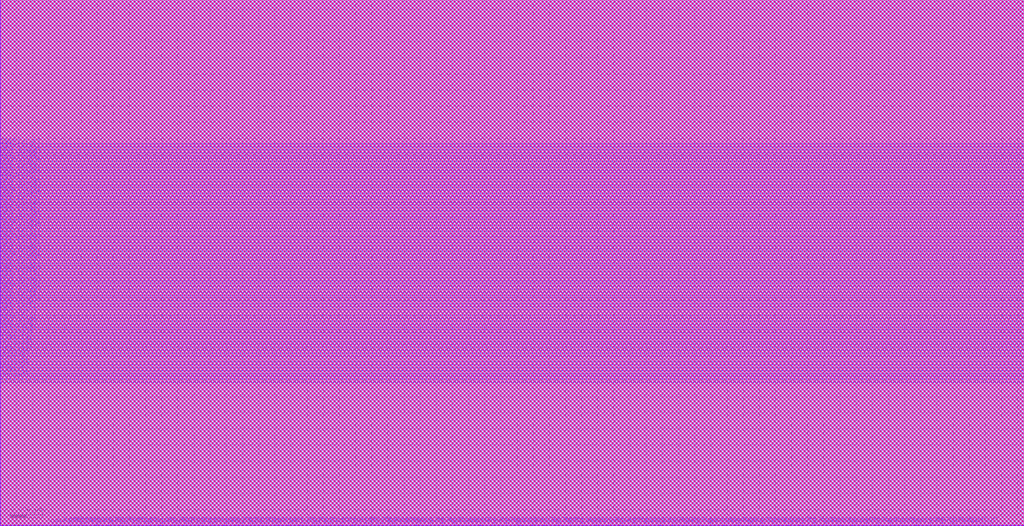
<source format=lef>
##
## LEF for PtnCells ;
## created by Innovus v15.23-s045_1 on Sat Mar 22 01:56:03 2025
##

VERSION 5.8 ;

BUSBITCHARS "[]" ;
DIVIDERCHAR "/" ;

MACRO core
  CLASS BLOCK ;
  SIZE 634.0000 BY 326.0000 ;
  FOREIGN core 0.0000 0.0000 ;
  ORIGIN 0 0 ;
  SYMMETRY X Y R90 ;
  PIN clk
    DIRECTION INPUT ;
    USE SIGNAL ;
    PORT
      LAYER M3 ;
        RECT 0.0000 88.9500 0.5200 89.0500 ;
    END
  END clk
  PIN mem_in[63]
    DIRECTION INPUT ;
    USE SIGNAL ;
    PORT
      LAYER M3 ;
        RECT 0.0000 234.7500 0.5200 234.8500 ;
    END
  END mem_in[63]
  PIN mem_in[62]
    DIRECTION INPUT ;
    USE SIGNAL ;
    PORT
      LAYER M3 ;
        RECT 0.0000 232.9500 0.5200 233.0500 ;
    END
  END mem_in[62]
  PIN mem_in[61]
    DIRECTION INPUT ;
    USE SIGNAL ;
    PORT
      LAYER M3 ;
        RECT 0.0000 231.1500 0.5200 231.2500 ;
    END
  END mem_in[61]
  PIN mem_in[60]
    DIRECTION INPUT ;
    USE SIGNAL ;
    PORT
      LAYER M3 ;
        RECT 0.0000 229.3500 0.5200 229.4500 ;
    END
  END mem_in[60]
  PIN mem_in[59]
    DIRECTION INPUT ;
    USE SIGNAL ;
    PORT
      LAYER M3 ;
        RECT 0.0000 227.5500 0.5200 227.6500 ;
    END
  END mem_in[59]
  PIN mem_in[58]
    DIRECTION INPUT ;
    USE SIGNAL ;
    PORT
      LAYER M3 ;
        RECT 0.0000 225.7500 0.5200 225.8500 ;
    END
  END mem_in[58]
  PIN mem_in[57]
    DIRECTION INPUT ;
    USE SIGNAL ;
    PORT
      LAYER M3 ;
        RECT 0.0000 223.9500 0.5200 224.0500 ;
    END
  END mem_in[57]
  PIN mem_in[56]
    DIRECTION INPUT ;
    USE SIGNAL ;
    PORT
      LAYER M3 ;
        RECT 0.0000 222.1500 0.5200 222.2500 ;
    END
  END mem_in[56]
  PIN mem_in[55]
    DIRECTION INPUT ;
    USE SIGNAL ;
    PORT
      LAYER M3 ;
        RECT 0.0000 220.3500 0.5200 220.4500 ;
    END
  END mem_in[55]
  PIN mem_in[54]
    DIRECTION INPUT ;
    USE SIGNAL ;
    PORT
      LAYER M3 ;
        RECT 0.0000 218.5500 0.5200 218.6500 ;
    END
  END mem_in[54]
  PIN mem_in[53]
    DIRECTION INPUT ;
    USE SIGNAL ;
    PORT
      LAYER M3 ;
        RECT 0.0000 216.7500 0.5200 216.8500 ;
    END
  END mem_in[53]
  PIN mem_in[52]
    DIRECTION INPUT ;
    USE SIGNAL ;
    PORT
      LAYER M3 ;
        RECT 0.0000 214.9500 0.5200 215.0500 ;
    END
  END mem_in[52]
  PIN mem_in[51]
    DIRECTION INPUT ;
    USE SIGNAL ;
    PORT
      LAYER M3 ;
        RECT 0.0000 213.1500 0.5200 213.2500 ;
    END
  END mem_in[51]
  PIN mem_in[50]
    DIRECTION INPUT ;
    USE SIGNAL ;
    PORT
      LAYER M3 ;
        RECT 0.0000 211.3500 0.5200 211.4500 ;
    END
  END mem_in[50]
  PIN mem_in[49]
    DIRECTION INPUT ;
    USE SIGNAL ;
    PORT
      LAYER M3 ;
        RECT 0.0000 209.5500 0.5200 209.6500 ;
    END
  END mem_in[49]
  PIN mem_in[48]
    DIRECTION INPUT ;
    USE SIGNAL ;
    PORT
      LAYER M3 ;
        RECT 0.0000 207.7500 0.5200 207.8500 ;
    END
  END mem_in[48]
  PIN mem_in[47]
    DIRECTION INPUT ;
    USE SIGNAL ;
    PORT
      LAYER M3 ;
        RECT 0.0000 205.9500 0.5200 206.0500 ;
    END
  END mem_in[47]
  PIN mem_in[46]
    DIRECTION INPUT ;
    USE SIGNAL ;
    PORT
      LAYER M3 ;
        RECT 0.0000 204.1500 0.5200 204.2500 ;
    END
  END mem_in[46]
  PIN mem_in[45]
    DIRECTION INPUT ;
    USE SIGNAL ;
    PORT
      LAYER M3 ;
        RECT 0.0000 202.3500 0.5200 202.4500 ;
    END
  END mem_in[45]
  PIN mem_in[44]
    DIRECTION INPUT ;
    USE SIGNAL ;
    PORT
      LAYER M3 ;
        RECT 0.0000 200.5500 0.5200 200.6500 ;
    END
  END mem_in[44]
  PIN mem_in[43]
    DIRECTION INPUT ;
    USE SIGNAL ;
    PORT
      LAYER M3 ;
        RECT 0.0000 198.7500 0.5200 198.8500 ;
    END
  END mem_in[43]
  PIN mem_in[42]
    DIRECTION INPUT ;
    USE SIGNAL ;
    PORT
      LAYER M3 ;
        RECT 0.0000 196.9500 0.5200 197.0500 ;
    END
  END mem_in[42]
  PIN mem_in[41]
    DIRECTION INPUT ;
    USE SIGNAL ;
    PORT
      LAYER M3 ;
        RECT 0.0000 195.1500 0.5200 195.2500 ;
    END
  END mem_in[41]
  PIN mem_in[40]
    DIRECTION INPUT ;
    USE SIGNAL ;
    PORT
      LAYER M3 ;
        RECT 0.0000 193.3500 0.5200 193.4500 ;
    END
  END mem_in[40]
  PIN mem_in[39]
    DIRECTION INPUT ;
    USE SIGNAL ;
    PORT
      LAYER M3 ;
        RECT 0.0000 191.5500 0.5200 191.6500 ;
    END
  END mem_in[39]
  PIN mem_in[38]
    DIRECTION INPUT ;
    USE SIGNAL ;
    PORT
      LAYER M3 ;
        RECT 0.0000 189.7500 0.5200 189.8500 ;
    END
  END mem_in[38]
  PIN mem_in[37]
    DIRECTION INPUT ;
    USE SIGNAL ;
    PORT
      LAYER M3 ;
        RECT 0.0000 187.9500 0.5200 188.0500 ;
    END
  END mem_in[37]
  PIN mem_in[36]
    DIRECTION INPUT ;
    USE SIGNAL ;
    PORT
      LAYER M3 ;
        RECT 0.0000 186.1500 0.5200 186.2500 ;
    END
  END mem_in[36]
  PIN mem_in[35]
    DIRECTION INPUT ;
    USE SIGNAL ;
    PORT
      LAYER M3 ;
        RECT 0.0000 184.3500 0.5200 184.4500 ;
    END
  END mem_in[35]
  PIN mem_in[34]
    DIRECTION INPUT ;
    USE SIGNAL ;
    PORT
      LAYER M3 ;
        RECT 0.0000 182.5500 0.5200 182.6500 ;
    END
  END mem_in[34]
  PIN mem_in[33]
    DIRECTION INPUT ;
    USE SIGNAL ;
    PORT
      LAYER M3 ;
        RECT 0.0000 180.7500 0.5200 180.8500 ;
    END
  END mem_in[33]
  PIN mem_in[32]
    DIRECTION INPUT ;
    USE SIGNAL ;
    PORT
      LAYER M3 ;
        RECT 0.0000 178.9500 0.5200 179.0500 ;
    END
  END mem_in[32]
  PIN mem_in[31]
    DIRECTION INPUT ;
    USE SIGNAL ;
    PORT
      LAYER M3 ;
        RECT 0.0000 177.1500 0.5200 177.2500 ;
    END
  END mem_in[31]
  PIN mem_in[30]
    DIRECTION INPUT ;
    USE SIGNAL ;
    PORT
      LAYER M3 ;
        RECT 0.0000 175.3500 0.5200 175.4500 ;
    END
  END mem_in[30]
  PIN mem_in[29]
    DIRECTION INPUT ;
    USE SIGNAL ;
    PORT
      LAYER M3 ;
        RECT 0.0000 173.5500 0.5200 173.6500 ;
    END
  END mem_in[29]
  PIN mem_in[28]
    DIRECTION INPUT ;
    USE SIGNAL ;
    PORT
      LAYER M3 ;
        RECT 0.0000 171.7500 0.5200 171.8500 ;
    END
  END mem_in[28]
  PIN mem_in[27]
    DIRECTION INPUT ;
    USE SIGNAL ;
    PORT
      LAYER M3 ;
        RECT 0.0000 169.9500 0.5200 170.0500 ;
    END
  END mem_in[27]
  PIN mem_in[26]
    DIRECTION INPUT ;
    USE SIGNAL ;
    PORT
      LAYER M3 ;
        RECT 0.0000 168.1500 0.5200 168.2500 ;
    END
  END mem_in[26]
  PIN mem_in[25]
    DIRECTION INPUT ;
    USE SIGNAL ;
    PORT
      LAYER M3 ;
        RECT 0.0000 166.3500 0.5200 166.4500 ;
    END
  END mem_in[25]
  PIN mem_in[24]
    DIRECTION INPUT ;
    USE SIGNAL ;
    PORT
      LAYER M3 ;
        RECT 0.0000 164.5500 0.5200 164.6500 ;
    END
  END mem_in[24]
  PIN mem_in[23]
    DIRECTION INPUT ;
    USE SIGNAL ;
    PORT
      LAYER M3 ;
        RECT 0.0000 162.7500 0.5200 162.8500 ;
    END
  END mem_in[23]
  PIN mem_in[22]
    DIRECTION INPUT ;
    USE SIGNAL ;
    PORT
      LAYER M3 ;
        RECT 0.0000 160.9500 0.5200 161.0500 ;
    END
  END mem_in[22]
  PIN mem_in[21]
    DIRECTION INPUT ;
    USE SIGNAL ;
    PORT
      LAYER M3 ;
        RECT 0.0000 159.1500 0.5200 159.2500 ;
    END
  END mem_in[21]
  PIN mem_in[20]
    DIRECTION INPUT ;
    USE SIGNAL ;
    PORT
      LAYER M3 ;
        RECT 0.0000 157.3500 0.5200 157.4500 ;
    END
  END mem_in[20]
  PIN mem_in[19]
    DIRECTION INPUT ;
    USE SIGNAL ;
    PORT
      LAYER M3 ;
        RECT 0.0000 155.5500 0.5200 155.6500 ;
    END
  END mem_in[19]
  PIN mem_in[18]
    DIRECTION INPUT ;
    USE SIGNAL ;
    PORT
      LAYER M3 ;
        RECT 0.0000 153.7500 0.5200 153.8500 ;
    END
  END mem_in[18]
  PIN mem_in[17]
    DIRECTION INPUT ;
    USE SIGNAL ;
    PORT
      LAYER M3 ;
        RECT 0.0000 151.9500 0.5200 152.0500 ;
    END
  END mem_in[17]
  PIN mem_in[16]
    DIRECTION INPUT ;
    USE SIGNAL ;
    PORT
      LAYER M3 ;
        RECT 0.0000 150.1500 0.5200 150.2500 ;
    END
  END mem_in[16]
  PIN mem_in[15]
    DIRECTION INPUT ;
    USE SIGNAL ;
    PORT
      LAYER M3 ;
        RECT 0.0000 148.3500 0.5200 148.4500 ;
    END
  END mem_in[15]
  PIN mem_in[14]
    DIRECTION INPUT ;
    USE SIGNAL ;
    PORT
      LAYER M3 ;
        RECT 0.0000 146.5500 0.5200 146.6500 ;
    END
  END mem_in[14]
  PIN mem_in[13]
    DIRECTION INPUT ;
    USE SIGNAL ;
    PORT
      LAYER M3 ;
        RECT 0.0000 144.7500 0.5200 144.8500 ;
    END
  END mem_in[13]
  PIN mem_in[12]
    DIRECTION INPUT ;
    USE SIGNAL ;
    PORT
      LAYER M3 ;
        RECT 0.0000 142.9500 0.5200 143.0500 ;
    END
  END mem_in[12]
  PIN mem_in[11]
    DIRECTION INPUT ;
    USE SIGNAL ;
    PORT
      LAYER M3 ;
        RECT 0.0000 141.1500 0.5200 141.2500 ;
    END
  END mem_in[11]
  PIN mem_in[10]
    DIRECTION INPUT ;
    USE SIGNAL ;
    PORT
      LAYER M3 ;
        RECT 0.0000 139.3500 0.5200 139.4500 ;
    END
  END mem_in[10]
  PIN mem_in[9]
    DIRECTION INPUT ;
    USE SIGNAL ;
    PORT
      LAYER M3 ;
        RECT 0.0000 137.5500 0.5200 137.6500 ;
    END
  END mem_in[9]
  PIN mem_in[8]
    DIRECTION INPUT ;
    USE SIGNAL ;
    PORT
      LAYER M3 ;
        RECT 0.0000 135.7500 0.5200 135.8500 ;
    END
  END mem_in[8]
  PIN mem_in[7]
    DIRECTION INPUT ;
    USE SIGNAL ;
    PORT
      LAYER M3 ;
        RECT 0.0000 133.9500 0.5200 134.0500 ;
    END
  END mem_in[7]
  PIN mem_in[6]
    DIRECTION INPUT ;
    USE SIGNAL ;
    PORT
      LAYER M3 ;
        RECT 0.0000 132.1500 0.5200 132.2500 ;
    END
  END mem_in[6]
  PIN mem_in[5]
    DIRECTION INPUT ;
    USE SIGNAL ;
    PORT
      LAYER M3 ;
        RECT 0.0000 130.3500 0.5200 130.4500 ;
    END
  END mem_in[5]
  PIN mem_in[4]
    DIRECTION INPUT ;
    USE SIGNAL ;
    PORT
      LAYER M3 ;
        RECT 0.0000 128.5500 0.5200 128.6500 ;
    END
  END mem_in[4]
  PIN mem_in[3]
    DIRECTION INPUT ;
    USE SIGNAL ;
    PORT
      LAYER M3 ;
        RECT 0.0000 126.7500 0.5200 126.8500 ;
    END
  END mem_in[3]
  PIN mem_in[2]
    DIRECTION INPUT ;
    USE SIGNAL ;
    PORT
      LAYER M3 ;
        RECT 0.0000 124.9500 0.5200 125.0500 ;
    END
  END mem_in[2]
  PIN mem_in[1]
    DIRECTION INPUT ;
    USE SIGNAL ;
    PORT
      LAYER M3 ;
        RECT 0.0000 123.1500 0.5200 123.2500 ;
    END
  END mem_in[1]
  PIN mem_in[0]
    DIRECTION INPUT ;
    USE SIGNAL ;
    PORT
      LAYER M3 ;
        RECT 0.0000 121.3500 0.5200 121.4500 ;
    END
  END mem_in[0]
  PIN out[159]
    DIRECTION OUTPUT ;
    USE SIGNAL ;
    PORT
      LAYER M2 ;
        RECT 30.8500 0.0000 30.9500 0.5200 ;
    END
  END out[159]
  PIN out[158]
    DIRECTION OUTPUT ;
    USE SIGNAL ;
    PORT
      LAYER M2 ;
        RECT 34.4500 0.0000 34.5500 0.5200 ;
    END
  END out[158]
  PIN out[157]
    DIRECTION OUTPUT ;
    USE SIGNAL ;
    PORT
      LAYER M2 ;
        RECT 38.0500 0.0000 38.1500 0.5200 ;
    END
  END out[157]
  PIN out[156]
    DIRECTION OUTPUT ;
    USE SIGNAL ;
    PORT
      LAYER M2 ;
        RECT 41.6500 0.0000 41.7500 0.5200 ;
    END
  END out[156]
  PIN out[155]
    DIRECTION OUTPUT ;
    USE SIGNAL ;
    PORT
      LAYER M2 ;
        RECT 45.2500 0.0000 45.3500 0.5200 ;
    END
  END out[155]
  PIN out[154]
    DIRECTION OUTPUT ;
    USE SIGNAL ;
    PORT
      LAYER M2 ;
        RECT 48.8500 0.0000 48.9500 0.5200 ;
    END
  END out[154]
  PIN out[153]
    DIRECTION OUTPUT ;
    USE SIGNAL ;
    PORT
      LAYER M2 ;
        RECT 52.4500 0.0000 52.5500 0.5200 ;
    END
  END out[153]
  PIN out[152]
    DIRECTION OUTPUT ;
    USE SIGNAL ;
    PORT
      LAYER M2 ;
        RECT 56.0500 0.0000 56.1500 0.5200 ;
    END
  END out[152]
  PIN out[151]
    DIRECTION OUTPUT ;
    USE SIGNAL ;
    PORT
      LAYER M2 ;
        RECT 59.6500 0.0000 59.7500 0.5200 ;
    END
  END out[151]
  PIN out[150]
    DIRECTION OUTPUT ;
    USE SIGNAL ;
    PORT
      LAYER M2 ;
        RECT 63.2500 0.0000 63.3500 0.5200 ;
    END
  END out[150]
  PIN out[149]
    DIRECTION OUTPUT ;
    USE SIGNAL ;
    PORT
      LAYER M2 ;
        RECT 66.8500 0.0000 66.9500 0.5200 ;
    END
  END out[149]
  PIN out[148]
    DIRECTION OUTPUT ;
    USE SIGNAL ;
    PORT
      LAYER M2 ;
        RECT 70.4500 0.0000 70.5500 0.5200 ;
    END
  END out[148]
  PIN out[147]
    DIRECTION OUTPUT ;
    USE SIGNAL ;
    PORT
      LAYER M2 ;
        RECT 74.0500 0.0000 74.1500 0.5200 ;
    END
  END out[147]
  PIN out[146]
    DIRECTION OUTPUT ;
    USE SIGNAL ;
    PORT
      LAYER M2 ;
        RECT 77.6500 0.0000 77.7500 0.5200 ;
    END
  END out[146]
  PIN out[145]
    DIRECTION OUTPUT ;
    USE SIGNAL ;
    PORT
      LAYER M2 ;
        RECT 81.2500 0.0000 81.3500 0.5200 ;
    END
  END out[145]
  PIN out[144]
    DIRECTION OUTPUT ;
    USE SIGNAL ;
    PORT
      LAYER M2 ;
        RECT 84.8500 0.0000 84.9500 0.5200 ;
    END
  END out[144]
  PIN out[143]
    DIRECTION OUTPUT ;
    USE SIGNAL ;
    PORT
      LAYER M2 ;
        RECT 88.4500 0.0000 88.5500 0.5200 ;
    END
  END out[143]
  PIN out[142]
    DIRECTION OUTPUT ;
    USE SIGNAL ;
    PORT
      LAYER M2 ;
        RECT 92.0500 0.0000 92.1500 0.5200 ;
    END
  END out[142]
  PIN out[141]
    DIRECTION OUTPUT ;
    USE SIGNAL ;
    PORT
      LAYER M2 ;
        RECT 95.6500 0.0000 95.7500 0.5200 ;
    END
  END out[141]
  PIN out[140]
    DIRECTION OUTPUT ;
    USE SIGNAL ;
    PORT
      LAYER M2 ;
        RECT 99.2500 0.0000 99.3500 0.5200 ;
    END
  END out[140]
  PIN out[139]
    DIRECTION OUTPUT ;
    USE SIGNAL ;
    PORT
      LAYER M2 ;
        RECT 102.8500 0.0000 102.9500 0.5200 ;
    END
  END out[139]
  PIN out[138]
    DIRECTION OUTPUT ;
    USE SIGNAL ;
    PORT
      LAYER M2 ;
        RECT 106.4500 0.0000 106.5500 0.5200 ;
    END
  END out[138]
  PIN out[137]
    DIRECTION OUTPUT ;
    USE SIGNAL ;
    PORT
      LAYER M2 ;
        RECT 110.0500 0.0000 110.1500 0.5200 ;
    END
  END out[137]
  PIN out[136]
    DIRECTION OUTPUT ;
    USE SIGNAL ;
    PORT
      LAYER M2 ;
        RECT 113.6500 0.0000 113.7500 0.5200 ;
    END
  END out[136]
  PIN out[135]
    DIRECTION OUTPUT ;
    USE SIGNAL ;
    PORT
      LAYER M2 ;
        RECT 117.2500 0.0000 117.3500 0.5200 ;
    END
  END out[135]
  PIN out[134]
    DIRECTION OUTPUT ;
    USE SIGNAL ;
    PORT
      LAYER M2 ;
        RECT 120.8500 0.0000 120.9500 0.5200 ;
    END
  END out[134]
  PIN out[133]
    DIRECTION OUTPUT ;
    USE SIGNAL ;
    PORT
      LAYER M2 ;
        RECT 124.4500 0.0000 124.5500 0.5200 ;
    END
  END out[133]
  PIN out[132]
    DIRECTION OUTPUT ;
    USE SIGNAL ;
    PORT
      LAYER M2 ;
        RECT 128.0500 0.0000 128.1500 0.5200 ;
    END
  END out[132]
  PIN out[131]
    DIRECTION OUTPUT ;
    USE SIGNAL ;
    PORT
      LAYER M2 ;
        RECT 131.6500 0.0000 131.7500 0.5200 ;
    END
  END out[131]
  PIN out[130]
    DIRECTION OUTPUT ;
    USE SIGNAL ;
    PORT
      LAYER M2 ;
        RECT 135.2500 0.0000 135.3500 0.5200 ;
    END
  END out[130]
  PIN out[129]
    DIRECTION OUTPUT ;
    USE SIGNAL ;
    PORT
      LAYER M2 ;
        RECT 138.8500 0.0000 138.9500 0.5200 ;
    END
  END out[129]
  PIN out[128]
    DIRECTION OUTPUT ;
    USE SIGNAL ;
    PORT
      LAYER M2 ;
        RECT 142.4500 0.0000 142.5500 0.5200 ;
    END
  END out[128]
  PIN out[127]
    DIRECTION OUTPUT ;
    USE SIGNAL ;
    PORT
      LAYER M2 ;
        RECT 146.0500 0.0000 146.1500 0.5200 ;
    END
  END out[127]
  PIN out[126]
    DIRECTION OUTPUT ;
    USE SIGNAL ;
    PORT
      LAYER M2 ;
        RECT 149.6500 0.0000 149.7500 0.5200 ;
    END
  END out[126]
  PIN out[125]
    DIRECTION OUTPUT ;
    USE SIGNAL ;
    PORT
      LAYER M2 ;
        RECT 153.2500 0.0000 153.3500 0.5200 ;
    END
  END out[125]
  PIN out[124]
    DIRECTION OUTPUT ;
    USE SIGNAL ;
    PORT
      LAYER M2 ;
        RECT 156.8500 0.0000 156.9500 0.5200 ;
    END
  END out[124]
  PIN out[123]
    DIRECTION OUTPUT ;
    USE SIGNAL ;
    PORT
      LAYER M2 ;
        RECT 160.4500 0.0000 160.5500 0.5200 ;
    END
  END out[123]
  PIN out[122]
    DIRECTION OUTPUT ;
    USE SIGNAL ;
    PORT
      LAYER M2 ;
        RECT 164.0500 0.0000 164.1500 0.5200 ;
    END
  END out[122]
  PIN out[121]
    DIRECTION OUTPUT ;
    USE SIGNAL ;
    PORT
      LAYER M2 ;
        RECT 167.6500 0.0000 167.7500 0.5200 ;
    END
  END out[121]
  PIN out[120]
    DIRECTION OUTPUT ;
    USE SIGNAL ;
    PORT
      LAYER M2 ;
        RECT 171.2500 0.0000 171.3500 0.5200 ;
    END
  END out[120]
  PIN out[119]
    DIRECTION OUTPUT ;
    USE SIGNAL ;
    PORT
      LAYER M2 ;
        RECT 174.8500 0.0000 174.9500 0.5200 ;
    END
  END out[119]
  PIN out[118]
    DIRECTION OUTPUT ;
    USE SIGNAL ;
    PORT
      LAYER M2 ;
        RECT 178.4500 0.0000 178.5500 0.5200 ;
    END
  END out[118]
  PIN out[117]
    DIRECTION OUTPUT ;
    USE SIGNAL ;
    PORT
      LAYER M2 ;
        RECT 182.0500 0.0000 182.1500 0.5200 ;
    END
  END out[117]
  PIN out[116]
    DIRECTION OUTPUT ;
    USE SIGNAL ;
    PORT
      LAYER M2 ;
        RECT 185.6500 0.0000 185.7500 0.5200 ;
    END
  END out[116]
  PIN out[115]
    DIRECTION OUTPUT ;
    USE SIGNAL ;
    PORT
      LAYER M2 ;
        RECT 189.2500 0.0000 189.3500 0.5200 ;
    END
  END out[115]
  PIN out[114]
    DIRECTION OUTPUT ;
    USE SIGNAL ;
    PORT
      LAYER M2 ;
        RECT 192.8500 0.0000 192.9500 0.5200 ;
    END
  END out[114]
  PIN out[113]
    DIRECTION OUTPUT ;
    USE SIGNAL ;
    PORT
      LAYER M2 ;
        RECT 196.4500 0.0000 196.5500 0.5200 ;
    END
  END out[113]
  PIN out[112]
    DIRECTION OUTPUT ;
    USE SIGNAL ;
    PORT
      LAYER M2 ;
        RECT 200.0500 0.0000 200.1500 0.5200 ;
    END
  END out[112]
  PIN out[111]
    DIRECTION OUTPUT ;
    USE SIGNAL ;
    PORT
      LAYER M2 ;
        RECT 203.6500 0.0000 203.7500 0.5200 ;
    END
  END out[111]
  PIN out[110]
    DIRECTION OUTPUT ;
    USE SIGNAL ;
    PORT
      LAYER M2 ;
        RECT 207.2500 0.0000 207.3500 0.5200 ;
    END
  END out[110]
  PIN out[109]
    DIRECTION OUTPUT ;
    USE SIGNAL ;
    PORT
      LAYER M2 ;
        RECT 210.8500 0.0000 210.9500 0.5200 ;
    END
  END out[109]
  PIN out[108]
    DIRECTION OUTPUT ;
    USE SIGNAL ;
    PORT
      LAYER M2 ;
        RECT 214.4500 0.0000 214.5500 0.5200 ;
    END
  END out[108]
  PIN out[107]
    DIRECTION OUTPUT ;
    USE SIGNAL ;
    PORT
      LAYER M2 ;
        RECT 218.0500 0.0000 218.1500 0.5200 ;
    END
  END out[107]
  PIN out[106]
    DIRECTION OUTPUT ;
    USE SIGNAL ;
    PORT
      LAYER M2 ;
        RECT 221.6500 0.0000 221.7500 0.5200 ;
    END
  END out[106]
  PIN out[105]
    DIRECTION OUTPUT ;
    USE SIGNAL ;
    PORT
      LAYER M2 ;
        RECT 225.2500 0.0000 225.3500 0.5200 ;
    END
  END out[105]
  PIN out[104]
    DIRECTION OUTPUT ;
    USE SIGNAL ;
    PORT
      LAYER M2 ;
        RECT 228.8500 0.0000 228.9500 0.5200 ;
    END
  END out[104]
  PIN out[103]
    DIRECTION OUTPUT ;
    USE SIGNAL ;
    PORT
      LAYER M2 ;
        RECT 232.4500 0.0000 232.5500 0.5200 ;
    END
  END out[103]
  PIN out[102]
    DIRECTION OUTPUT ;
    USE SIGNAL ;
    PORT
      LAYER M2 ;
        RECT 236.0500 0.0000 236.1500 0.5200 ;
    END
  END out[102]
  PIN out[101]
    DIRECTION OUTPUT ;
    USE SIGNAL ;
    PORT
      LAYER M2 ;
        RECT 239.6500 0.0000 239.7500 0.5200 ;
    END
  END out[101]
  PIN out[100]
    DIRECTION OUTPUT ;
    USE SIGNAL ;
    PORT
      LAYER M2 ;
        RECT 243.2500 0.0000 243.3500 0.5200 ;
    END
  END out[100]
  PIN out[99]
    DIRECTION OUTPUT ;
    USE SIGNAL ;
    PORT
      LAYER M2 ;
        RECT 246.8500 0.0000 246.9500 0.5200 ;
    END
  END out[99]
  PIN out[98]
    DIRECTION OUTPUT ;
    USE SIGNAL ;
    PORT
      LAYER M2 ;
        RECT 250.4500 0.0000 250.5500 0.5200 ;
    END
  END out[98]
  PIN out[97]
    DIRECTION OUTPUT ;
    USE SIGNAL ;
    PORT
      LAYER M2 ;
        RECT 254.0500 0.0000 254.1500 0.5200 ;
    END
  END out[97]
  PIN out[96]
    DIRECTION OUTPUT ;
    USE SIGNAL ;
    PORT
      LAYER M2 ;
        RECT 257.6500 0.0000 257.7500 0.5200 ;
    END
  END out[96]
  PIN out[95]
    DIRECTION OUTPUT ;
    USE SIGNAL ;
    PORT
      LAYER M2 ;
        RECT 261.2500 0.0000 261.3500 0.5200 ;
    END
  END out[95]
  PIN out[94]
    DIRECTION OUTPUT ;
    USE SIGNAL ;
    PORT
      LAYER M2 ;
        RECT 264.8500 0.0000 264.9500 0.5200 ;
    END
  END out[94]
  PIN out[93]
    DIRECTION OUTPUT ;
    USE SIGNAL ;
    PORT
      LAYER M2 ;
        RECT 268.4500 0.0000 268.5500 0.5200 ;
    END
  END out[93]
  PIN out[92]
    DIRECTION OUTPUT ;
    USE SIGNAL ;
    PORT
      LAYER M2 ;
        RECT 272.0500 0.0000 272.1500 0.5200 ;
    END
  END out[92]
  PIN out[91]
    DIRECTION OUTPUT ;
    USE SIGNAL ;
    PORT
      LAYER M2 ;
        RECT 275.6500 0.0000 275.7500 0.5200 ;
    END
  END out[91]
  PIN out[90]
    DIRECTION OUTPUT ;
    USE SIGNAL ;
    PORT
      LAYER M2 ;
        RECT 279.2500 0.0000 279.3500 0.5200 ;
    END
  END out[90]
  PIN out[89]
    DIRECTION OUTPUT ;
    USE SIGNAL ;
    PORT
      LAYER M2 ;
        RECT 282.8500 0.0000 282.9500 0.5200 ;
    END
  END out[89]
  PIN out[88]
    DIRECTION OUTPUT ;
    USE SIGNAL ;
    PORT
      LAYER M2 ;
        RECT 286.4500 0.0000 286.5500 0.5200 ;
    END
  END out[88]
  PIN out[87]
    DIRECTION OUTPUT ;
    USE SIGNAL ;
    PORT
      LAYER M2 ;
        RECT 290.0500 0.0000 290.1500 0.5200 ;
    END
  END out[87]
  PIN out[86]
    DIRECTION OUTPUT ;
    USE SIGNAL ;
    PORT
      LAYER M2 ;
        RECT 293.6500 0.0000 293.7500 0.5200 ;
    END
  END out[86]
  PIN out[85]
    DIRECTION OUTPUT ;
    USE SIGNAL ;
    PORT
      LAYER M2 ;
        RECT 297.2500 0.0000 297.3500 0.5200 ;
    END
  END out[85]
  PIN out[84]
    DIRECTION OUTPUT ;
    USE SIGNAL ;
    PORT
      LAYER M2 ;
        RECT 300.8500 0.0000 300.9500 0.5200 ;
    END
  END out[84]
  PIN out[83]
    DIRECTION OUTPUT ;
    USE SIGNAL ;
    PORT
      LAYER M2 ;
        RECT 304.4500 0.0000 304.5500 0.5200 ;
    END
  END out[83]
  PIN out[82]
    DIRECTION OUTPUT ;
    USE SIGNAL ;
    PORT
      LAYER M2 ;
        RECT 308.0500 0.0000 308.1500 0.5200 ;
    END
  END out[82]
  PIN out[81]
    DIRECTION OUTPUT ;
    USE SIGNAL ;
    PORT
      LAYER M2 ;
        RECT 311.6500 0.0000 311.7500 0.5200 ;
    END
  END out[81]
  PIN out[80]
    DIRECTION OUTPUT ;
    USE SIGNAL ;
    PORT
      LAYER M2 ;
        RECT 315.2500 0.0000 315.3500 0.5200 ;
    END
  END out[80]
  PIN out[79]
    DIRECTION OUTPUT ;
    USE SIGNAL ;
    PORT
      LAYER M2 ;
        RECT 318.8500 0.0000 318.9500 0.5200 ;
    END
  END out[79]
  PIN out[78]
    DIRECTION OUTPUT ;
    USE SIGNAL ;
    PORT
      LAYER M2 ;
        RECT 322.4500 0.0000 322.5500 0.5200 ;
    END
  END out[78]
  PIN out[77]
    DIRECTION OUTPUT ;
    USE SIGNAL ;
    PORT
      LAYER M2 ;
        RECT 326.0500 0.0000 326.1500 0.5200 ;
    END
  END out[77]
  PIN out[76]
    DIRECTION OUTPUT ;
    USE SIGNAL ;
    PORT
      LAYER M2 ;
        RECT 329.6500 0.0000 329.7500 0.5200 ;
    END
  END out[76]
  PIN out[75]
    DIRECTION OUTPUT ;
    USE SIGNAL ;
    PORT
      LAYER M2 ;
        RECT 333.2500 0.0000 333.3500 0.5200 ;
    END
  END out[75]
  PIN out[74]
    DIRECTION OUTPUT ;
    USE SIGNAL ;
    PORT
      LAYER M2 ;
        RECT 336.8500 0.0000 336.9500 0.5200 ;
    END
  END out[74]
  PIN out[73]
    DIRECTION OUTPUT ;
    USE SIGNAL ;
    PORT
      LAYER M2 ;
        RECT 340.4500 0.0000 340.5500 0.5200 ;
    END
  END out[73]
  PIN out[72]
    DIRECTION OUTPUT ;
    USE SIGNAL ;
    PORT
      LAYER M2 ;
        RECT 344.0500 0.0000 344.1500 0.5200 ;
    END
  END out[72]
  PIN out[71]
    DIRECTION OUTPUT ;
    USE SIGNAL ;
    PORT
      LAYER M2 ;
        RECT 347.6500 0.0000 347.7500 0.5200 ;
    END
  END out[71]
  PIN out[70]
    DIRECTION OUTPUT ;
    USE SIGNAL ;
    PORT
      LAYER M2 ;
        RECT 351.2500 0.0000 351.3500 0.5200 ;
    END
  END out[70]
  PIN out[69]
    DIRECTION OUTPUT ;
    USE SIGNAL ;
    PORT
      LAYER M2 ;
        RECT 354.8500 0.0000 354.9500 0.5200 ;
    END
  END out[69]
  PIN out[68]
    DIRECTION OUTPUT ;
    USE SIGNAL ;
    PORT
      LAYER M2 ;
        RECT 358.4500 0.0000 358.5500 0.5200 ;
    END
  END out[68]
  PIN out[67]
    DIRECTION OUTPUT ;
    USE SIGNAL ;
    PORT
      LAYER M2 ;
        RECT 362.0500 0.0000 362.1500 0.5200 ;
    END
  END out[67]
  PIN out[66]
    DIRECTION OUTPUT ;
    USE SIGNAL ;
    PORT
      LAYER M2 ;
        RECT 365.6500 0.0000 365.7500 0.5200 ;
    END
  END out[66]
  PIN out[65]
    DIRECTION OUTPUT ;
    USE SIGNAL ;
    PORT
      LAYER M2 ;
        RECT 369.2500 0.0000 369.3500 0.5200 ;
    END
  END out[65]
  PIN out[64]
    DIRECTION OUTPUT ;
    USE SIGNAL ;
    PORT
      LAYER M2 ;
        RECT 372.8500 0.0000 372.9500 0.5200 ;
    END
  END out[64]
  PIN out[63]
    DIRECTION OUTPUT ;
    USE SIGNAL ;
    PORT
      LAYER M2 ;
        RECT 376.4500 0.0000 376.5500 0.5200 ;
    END
  END out[63]
  PIN out[62]
    DIRECTION OUTPUT ;
    USE SIGNAL ;
    PORT
      LAYER M2 ;
        RECT 380.0500 0.0000 380.1500 0.5200 ;
    END
  END out[62]
  PIN out[61]
    DIRECTION OUTPUT ;
    USE SIGNAL ;
    PORT
      LAYER M2 ;
        RECT 383.6500 0.0000 383.7500 0.5200 ;
    END
  END out[61]
  PIN out[60]
    DIRECTION OUTPUT ;
    USE SIGNAL ;
    PORT
      LAYER M2 ;
        RECT 387.2500 0.0000 387.3500 0.5200 ;
    END
  END out[60]
  PIN out[59]
    DIRECTION OUTPUT ;
    USE SIGNAL ;
    PORT
      LAYER M2 ;
        RECT 390.8500 0.0000 390.9500 0.5200 ;
    END
  END out[59]
  PIN out[58]
    DIRECTION OUTPUT ;
    USE SIGNAL ;
    PORT
      LAYER M2 ;
        RECT 394.4500 0.0000 394.5500 0.5200 ;
    END
  END out[58]
  PIN out[57]
    DIRECTION OUTPUT ;
    USE SIGNAL ;
    PORT
      LAYER M2 ;
        RECT 398.0500 0.0000 398.1500 0.5200 ;
    END
  END out[57]
  PIN out[56]
    DIRECTION OUTPUT ;
    USE SIGNAL ;
    PORT
      LAYER M2 ;
        RECT 401.6500 0.0000 401.7500 0.5200 ;
    END
  END out[56]
  PIN out[55]
    DIRECTION OUTPUT ;
    USE SIGNAL ;
    PORT
      LAYER M2 ;
        RECT 405.2500 0.0000 405.3500 0.5200 ;
    END
  END out[55]
  PIN out[54]
    DIRECTION OUTPUT ;
    USE SIGNAL ;
    PORT
      LAYER M2 ;
        RECT 408.8500 0.0000 408.9500 0.5200 ;
    END
  END out[54]
  PIN out[53]
    DIRECTION OUTPUT ;
    USE SIGNAL ;
    PORT
      LAYER M2 ;
        RECT 412.4500 0.0000 412.5500 0.5200 ;
    END
  END out[53]
  PIN out[52]
    DIRECTION OUTPUT ;
    USE SIGNAL ;
    PORT
      LAYER M2 ;
        RECT 416.0500 0.0000 416.1500 0.5200 ;
    END
  END out[52]
  PIN out[51]
    DIRECTION OUTPUT ;
    USE SIGNAL ;
    PORT
      LAYER M2 ;
        RECT 419.6500 0.0000 419.7500 0.5200 ;
    END
  END out[51]
  PIN out[50]
    DIRECTION OUTPUT ;
    USE SIGNAL ;
    PORT
      LAYER M2 ;
        RECT 423.2500 0.0000 423.3500 0.5200 ;
    END
  END out[50]
  PIN out[49]
    DIRECTION OUTPUT ;
    USE SIGNAL ;
    PORT
      LAYER M2 ;
        RECT 426.8500 0.0000 426.9500 0.5200 ;
    END
  END out[49]
  PIN out[48]
    DIRECTION OUTPUT ;
    USE SIGNAL ;
    PORT
      LAYER M2 ;
        RECT 430.4500 0.0000 430.5500 0.5200 ;
    END
  END out[48]
  PIN out[47]
    DIRECTION OUTPUT ;
    USE SIGNAL ;
    PORT
      LAYER M2 ;
        RECT 434.0500 0.0000 434.1500 0.5200 ;
    END
  END out[47]
  PIN out[46]
    DIRECTION OUTPUT ;
    USE SIGNAL ;
    PORT
      LAYER M2 ;
        RECT 437.6500 0.0000 437.7500 0.5200 ;
    END
  END out[46]
  PIN out[45]
    DIRECTION OUTPUT ;
    USE SIGNAL ;
    PORT
      LAYER M2 ;
        RECT 441.2500 0.0000 441.3500 0.5200 ;
    END
  END out[45]
  PIN out[44]
    DIRECTION OUTPUT ;
    USE SIGNAL ;
    PORT
      LAYER M2 ;
        RECT 444.8500 0.0000 444.9500 0.5200 ;
    END
  END out[44]
  PIN out[43]
    DIRECTION OUTPUT ;
    USE SIGNAL ;
    PORT
      LAYER M2 ;
        RECT 448.4500 0.0000 448.5500 0.5200 ;
    END
  END out[43]
  PIN out[42]
    DIRECTION OUTPUT ;
    USE SIGNAL ;
    PORT
      LAYER M2 ;
        RECT 452.0500 0.0000 452.1500 0.5200 ;
    END
  END out[42]
  PIN out[41]
    DIRECTION OUTPUT ;
    USE SIGNAL ;
    PORT
      LAYER M2 ;
        RECT 455.6500 0.0000 455.7500 0.5200 ;
    END
  END out[41]
  PIN out[40]
    DIRECTION OUTPUT ;
    USE SIGNAL ;
    PORT
      LAYER M2 ;
        RECT 459.2500 0.0000 459.3500 0.5200 ;
    END
  END out[40]
  PIN out[39]
    DIRECTION OUTPUT ;
    USE SIGNAL ;
    PORT
      LAYER M2 ;
        RECT 462.8500 0.0000 462.9500 0.5200 ;
    END
  END out[39]
  PIN out[38]
    DIRECTION OUTPUT ;
    USE SIGNAL ;
    PORT
      LAYER M2 ;
        RECT 466.4500 0.0000 466.5500 0.5200 ;
    END
  END out[38]
  PIN out[37]
    DIRECTION OUTPUT ;
    USE SIGNAL ;
    PORT
      LAYER M2 ;
        RECT 470.0500 0.0000 470.1500 0.5200 ;
    END
  END out[37]
  PIN out[36]
    DIRECTION OUTPUT ;
    USE SIGNAL ;
    PORT
      LAYER M2 ;
        RECT 473.6500 0.0000 473.7500 0.5200 ;
    END
  END out[36]
  PIN out[35]
    DIRECTION OUTPUT ;
    USE SIGNAL ;
    PORT
      LAYER M2 ;
        RECT 477.2500 0.0000 477.3500 0.5200 ;
    END
  END out[35]
  PIN out[34]
    DIRECTION OUTPUT ;
    USE SIGNAL ;
    PORT
      LAYER M2 ;
        RECT 480.8500 0.0000 480.9500 0.5200 ;
    END
  END out[34]
  PIN out[33]
    DIRECTION OUTPUT ;
    USE SIGNAL ;
    PORT
      LAYER M2 ;
        RECT 484.4500 0.0000 484.5500 0.5200 ;
    END
  END out[33]
  PIN out[32]
    DIRECTION OUTPUT ;
    USE SIGNAL ;
    PORT
      LAYER M2 ;
        RECT 488.0500 0.0000 488.1500 0.5200 ;
    END
  END out[32]
  PIN out[31]
    DIRECTION OUTPUT ;
    USE SIGNAL ;
    PORT
      LAYER M2 ;
        RECT 491.6500 0.0000 491.7500 0.5200 ;
    END
  END out[31]
  PIN out[30]
    DIRECTION OUTPUT ;
    USE SIGNAL ;
    PORT
      LAYER M2 ;
        RECT 495.2500 0.0000 495.3500 0.5200 ;
    END
  END out[30]
  PIN out[29]
    DIRECTION OUTPUT ;
    USE SIGNAL ;
    PORT
      LAYER M2 ;
        RECT 498.8500 0.0000 498.9500 0.5200 ;
    END
  END out[29]
  PIN out[28]
    DIRECTION OUTPUT ;
    USE SIGNAL ;
    PORT
      LAYER M2 ;
        RECT 502.4500 0.0000 502.5500 0.5200 ;
    END
  END out[28]
  PIN out[27]
    DIRECTION OUTPUT ;
    USE SIGNAL ;
    PORT
      LAYER M2 ;
        RECT 506.0500 0.0000 506.1500 0.5200 ;
    END
  END out[27]
  PIN out[26]
    DIRECTION OUTPUT ;
    USE SIGNAL ;
    PORT
      LAYER M2 ;
        RECT 509.6500 0.0000 509.7500 0.5200 ;
    END
  END out[26]
  PIN out[25]
    DIRECTION OUTPUT ;
    USE SIGNAL ;
    PORT
      LAYER M2 ;
        RECT 513.2500 0.0000 513.3500 0.5200 ;
    END
  END out[25]
  PIN out[24]
    DIRECTION OUTPUT ;
    USE SIGNAL ;
    PORT
      LAYER M2 ;
        RECT 516.8500 0.0000 516.9500 0.5200 ;
    END
  END out[24]
  PIN out[23]
    DIRECTION OUTPUT ;
    USE SIGNAL ;
    PORT
      LAYER M2 ;
        RECT 520.4500 0.0000 520.5500 0.5200 ;
    END
  END out[23]
  PIN out[22]
    DIRECTION OUTPUT ;
    USE SIGNAL ;
    PORT
      LAYER M2 ;
        RECT 524.0500 0.0000 524.1500 0.5200 ;
    END
  END out[22]
  PIN out[21]
    DIRECTION OUTPUT ;
    USE SIGNAL ;
    PORT
      LAYER M2 ;
        RECT 527.6500 0.0000 527.7500 0.5200 ;
    END
  END out[21]
  PIN out[20]
    DIRECTION OUTPUT ;
    USE SIGNAL ;
    PORT
      LAYER M2 ;
        RECT 531.2500 0.0000 531.3500 0.5200 ;
    END
  END out[20]
  PIN out[19]
    DIRECTION OUTPUT ;
    USE SIGNAL ;
    PORT
      LAYER M2 ;
        RECT 534.8500 0.0000 534.9500 0.5200 ;
    END
  END out[19]
  PIN out[18]
    DIRECTION OUTPUT ;
    USE SIGNAL ;
    PORT
      LAYER M2 ;
        RECT 538.4500 0.0000 538.5500 0.5200 ;
    END
  END out[18]
  PIN out[17]
    DIRECTION OUTPUT ;
    USE SIGNAL ;
    PORT
      LAYER M2 ;
        RECT 542.0500 0.0000 542.1500 0.5200 ;
    END
  END out[17]
  PIN out[16]
    DIRECTION OUTPUT ;
    USE SIGNAL ;
    PORT
      LAYER M2 ;
        RECT 545.6500 0.0000 545.7500 0.5200 ;
    END
  END out[16]
  PIN out[15]
    DIRECTION OUTPUT ;
    USE SIGNAL ;
    PORT
      LAYER M2 ;
        RECT 549.2500 0.0000 549.3500 0.5200 ;
    END
  END out[15]
  PIN out[14]
    DIRECTION OUTPUT ;
    USE SIGNAL ;
    PORT
      LAYER M2 ;
        RECT 552.8500 0.0000 552.9500 0.5200 ;
    END
  END out[14]
  PIN out[13]
    DIRECTION OUTPUT ;
    USE SIGNAL ;
    PORT
      LAYER M2 ;
        RECT 556.4500 0.0000 556.5500 0.5200 ;
    END
  END out[13]
  PIN out[12]
    DIRECTION OUTPUT ;
    USE SIGNAL ;
    PORT
      LAYER M2 ;
        RECT 560.0500 0.0000 560.1500 0.5200 ;
    END
  END out[12]
  PIN out[11]
    DIRECTION OUTPUT ;
    USE SIGNAL ;
    PORT
      LAYER M2 ;
        RECT 563.6500 0.0000 563.7500 0.5200 ;
    END
  END out[11]
  PIN out[10]
    DIRECTION OUTPUT ;
    USE SIGNAL ;
    PORT
      LAYER M2 ;
        RECT 567.2500 0.0000 567.3500 0.5200 ;
    END
  END out[10]
  PIN out[9]
    DIRECTION OUTPUT ;
    USE SIGNAL ;
    PORT
      LAYER M2 ;
        RECT 570.8500 0.0000 570.9500 0.5200 ;
    END
  END out[9]
  PIN out[8]
    DIRECTION OUTPUT ;
    USE SIGNAL ;
    PORT
      LAYER M2 ;
        RECT 574.4500 0.0000 574.5500 0.5200 ;
    END
  END out[8]
  PIN out[7]
    DIRECTION OUTPUT ;
    USE SIGNAL ;
    PORT
      LAYER M2 ;
        RECT 578.0500 0.0000 578.1500 0.5200 ;
    END
  END out[7]
  PIN out[6]
    DIRECTION OUTPUT ;
    USE SIGNAL ;
    PORT
      LAYER M2 ;
        RECT 581.6500 0.0000 581.7500 0.5200 ;
    END
  END out[6]
  PIN out[5]
    DIRECTION OUTPUT ;
    USE SIGNAL ;
    PORT
      LAYER M2 ;
        RECT 585.2500 0.0000 585.3500 0.5200 ;
    END
  END out[5]
  PIN out[4]
    DIRECTION OUTPUT ;
    USE SIGNAL ;
    PORT
      LAYER M2 ;
        RECT 588.8500 0.0000 588.9500 0.5200 ;
    END
  END out[4]
  PIN out[3]
    DIRECTION OUTPUT ;
    USE SIGNAL ;
    PORT
      LAYER M2 ;
        RECT 592.4500 0.0000 592.5500 0.5200 ;
    END
  END out[3]
  PIN out[2]
    DIRECTION OUTPUT ;
    USE SIGNAL ;
    PORT
      LAYER M2 ;
        RECT 596.0500 0.0000 596.1500 0.5200 ;
    END
  END out[2]
  PIN out[1]
    DIRECTION OUTPUT ;
    USE SIGNAL ;
    PORT
      LAYER M2 ;
        RECT 599.6500 0.0000 599.7500 0.5200 ;
    END
  END out[1]
  PIN out[0]
    DIRECTION OUTPUT ;
    USE SIGNAL ;
    PORT
      LAYER M2 ;
        RECT 603.2500 0.0000 603.3500 0.5200 ;
    END
  END out[0]
  PIN inst[16]
    DIRECTION INPUT ;
    USE SIGNAL ;
    PORT
      LAYER M3 ;
        RECT 0.0000 119.5500 0.5200 119.6500 ;
    END
  END inst[16]
  PIN inst[15]
    DIRECTION INPUT ;
    USE SIGNAL ;
    PORT
      LAYER M3 ;
        RECT 0.0000 117.7500 0.5200 117.8500 ;
    END
  END inst[15]
  PIN inst[14]
    DIRECTION INPUT ;
    USE SIGNAL ;
    PORT
      LAYER M3 ;
        RECT 0.0000 115.9500 0.5200 116.0500 ;
    END
  END inst[14]
  PIN inst[13]
    DIRECTION INPUT ;
    USE SIGNAL ;
    PORT
      LAYER M3 ;
        RECT 0.0000 114.1500 0.5200 114.2500 ;
    END
  END inst[13]
  PIN inst[12]
    DIRECTION INPUT ;
    USE SIGNAL ;
    PORT
      LAYER M3 ;
        RECT 0.0000 112.3500 0.5200 112.4500 ;
    END
  END inst[12]
  PIN inst[11]
    DIRECTION INPUT ;
    USE SIGNAL ;
    PORT
      LAYER M3 ;
        RECT 0.0000 110.5500 0.5200 110.6500 ;
    END
  END inst[11]
  PIN inst[10]
    DIRECTION INPUT ;
    USE SIGNAL ;
    PORT
      LAYER M3 ;
        RECT 0.0000 108.7500 0.5200 108.8500 ;
    END
  END inst[10]
  PIN inst[9]
    DIRECTION INPUT ;
    USE SIGNAL ;
    PORT
      LAYER M3 ;
        RECT 0.0000 106.9500 0.5200 107.0500 ;
    END
  END inst[9]
  PIN inst[8]
    DIRECTION INPUT ;
    USE SIGNAL ;
    PORT
      LAYER M3 ;
        RECT 0.0000 105.1500 0.5200 105.2500 ;
    END
  END inst[8]
  PIN inst[7]
    DIRECTION INPUT ;
    USE SIGNAL ;
    PORT
      LAYER M3 ;
        RECT 0.0000 103.3500 0.5200 103.4500 ;
    END
  END inst[7]
  PIN inst[6]
    DIRECTION INPUT ;
    USE SIGNAL ;
    PORT
      LAYER M3 ;
        RECT 0.0000 101.5500 0.5200 101.6500 ;
    END
  END inst[6]
  PIN inst[5]
    DIRECTION INPUT ;
    USE SIGNAL ;
    PORT
      LAYER M3 ;
        RECT 0.0000 99.7500 0.5200 99.8500 ;
    END
  END inst[5]
  PIN inst[4]
    DIRECTION INPUT ;
    USE SIGNAL ;
    PORT
      LAYER M3 ;
        RECT 0.0000 97.9500 0.5200 98.0500 ;
    END
  END inst[4]
  PIN inst[3]
    DIRECTION INPUT ;
    USE SIGNAL ;
    PORT
      LAYER M3 ;
        RECT 0.0000 96.1500 0.5200 96.2500 ;
    END
  END inst[3]
  PIN inst[2]
    DIRECTION INPUT ;
    USE SIGNAL ;
    PORT
      LAYER M3 ;
        RECT 0.0000 94.3500 0.5200 94.4500 ;
    END
  END inst[2]
  PIN inst[1]
    DIRECTION INPUT ;
    USE SIGNAL ;
    PORT
      LAYER M3 ;
        RECT 0.0000 92.5500 0.5200 92.6500 ;
    END
  END inst[1]
  PIN inst[0]
    DIRECTION INPUT ;
    USE SIGNAL ;
    PORT
      LAYER M3 ;
        RECT 0.0000 90.7500 0.5200 90.8500 ;
    END
  END inst[0]
  PIN reset
    DIRECTION INPUT ;
    USE SIGNAL ;
    PORT
      LAYER M3 ;
        RECT 0.0000 236.5500 0.5200 236.6500 ;
    END
  END reset
  OBS
    LAYER M1 ;
      RECT 0.0000 0.0000 634.0000 326.0000 ;
    LAYER M2 ;
      RECT 0.0000 0.6200 634.0000 326.0000 ;
      RECT 603.4500 0.0000 634.0000 0.6200 ;
      RECT 599.8500 0.0000 603.1500 0.6200 ;
      RECT 596.2500 0.0000 599.5500 0.6200 ;
      RECT 592.6500 0.0000 595.9500 0.6200 ;
      RECT 589.0500 0.0000 592.3500 0.6200 ;
      RECT 585.4500 0.0000 588.7500 0.6200 ;
      RECT 581.8500 0.0000 585.1500 0.6200 ;
      RECT 578.2500 0.0000 581.5500 0.6200 ;
      RECT 574.6500 0.0000 577.9500 0.6200 ;
      RECT 571.0500 0.0000 574.3500 0.6200 ;
      RECT 567.4500 0.0000 570.7500 0.6200 ;
      RECT 563.8500 0.0000 567.1500 0.6200 ;
      RECT 560.2500 0.0000 563.5500 0.6200 ;
      RECT 556.6500 0.0000 559.9500 0.6200 ;
      RECT 553.0500 0.0000 556.3500 0.6200 ;
      RECT 549.4500 0.0000 552.7500 0.6200 ;
      RECT 545.8500 0.0000 549.1500 0.6200 ;
      RECT 542.2500 0.0000 545.5500 0.6200 ;
      RECT 538.6500 0.0000 541.9500 0.6200 ;
      RECT 535.0500 0.0000 538.3500 0.6200 ;
      RECT 531.4500 0.0000 534.7500 0.6200 ;
      RECT 527.8500 0.0000 531.1500 0.6200 ;
      RECT 524.2500 0.0000 527.5500 0.6200 ;
      RECT 520.6500 0.0000 523.9500 0.6200 ;
      RECT 517.0500 0.0000 520.3500 0.6200 ;
      RECT 513.4500 0.0000 516.7500 0.6200 ;
      RECT 509.8500 0.0000 513.1500 0.6200 ;
      RECT 506.2500 0.0000 509.5500 0.6200 ;
      RECT 502.6500 0.0000 505.9500 0.6200 ;
      RECT 499.0500 0.0000 502.3500 0.6200 ;
      RECT 495.4500 0.0000 498.7500 0.6200 ;
      RECT 491.8500 0.0000 495.1500 0.6200 ;
      RECT 488.2500 0.0000 491.5500 0.6200 ;
      RECT 484.6500 0.0000 487.9500 0.6200 ;
      RECT 481.0500 0.0000 484.3500 0.6200 ;
      RECT 477.4500 0.0000 480.7500 0.6200 ;
      RECT 473.8500 0.0000 477.1500 0.6200 ;
      RECT 470.2500 0.0000 473.5500 0.6200 ;
      RECT 466.6500 0.0000 469.9500 0.6200 ;
      RECT 463.0500 0.0000 466.3500 0.6200 ;
      RECT 459.4500 0.0000 462.7500 0.6200 ;
      RECT 455.8500 0.0000 459.1500 0.6200 ;
      RECT 452.2500 0.0000 455.5500 0.6200 ;
      RECT 448.6500 0.0000 451.9500 0.6200 ;
      RECT 445.0500 0.0000 448.3500 0.6200 ;
      RECT 441.4500 0.0000 444.7500 0.6200 ;
      RECT 437.8500 0.0000 441.1500 0.6200 ;
      RECT 434.2500 0.0000 437.5500 0.6200 ;
      RECT 430.6500 0.0000 433.9500 0.6200 ;
      RECT 427.0500 0.0000 430.3500 0.6200 ;
      RECT 423.4500 0.0000 426.7500 0.6200 ;
      RECT 419.8500 0.0000 423.1500 0.6200 ;
      RECT 416.2500 0.0000 419.5500 0.6200 ;
      RECT 412.6500 0.0000 415.9500 0.6200 ;
      RECT 409.0500 0.0000 412.3500 0.6200 ;
      RECT 405.4500 0.0000 408.7500 0.6200 ;
      RECT 401.8500 0.0000 405.1500 0.6200 ;
      RECT 398.2500 0.0000 401.5500 0.6200 ;
      RECT 394.6500 0.0000 397.9500 0.6200 ;
      RECT 391.0500 0.0000 394.3500 0.6200 ;
      RECT 387.4500 0.0000 390.7500 0.6200 ;
      RECT 383.8500 0.0000 387.1500 0.6200 ;
      RECT 380.2500 0.0000 383.5500 0.6200 ;
      RECT 376.6500 0.0000 379.9500 0.6200 ;
      RECT 373.0500 0.0000 376.3500 0.6200 ;
      RECT 369.4500 0.0000 372.7500 0.6200 ;
      RECT 365.8500 0.0000 369.1500 0.6200 ;
      RECT 362.2500 0.0000 365.5500 0.6200 ;
      RECT 358.6500 0.0000 361.9500 0.6200 ;
      RECT 355.0500 0.0000 358.3500 0.6200 ;
      RECT 351.4500 0.0000 354.7500 0.6200 ;
      RECT 347.8500 0.0000 351.1500 0.6200 ;
      RECT 344.2500 0.0000 347.5500 0.6200 ;
      RECT 340.6500 0.0000 343.9500 0.6200 ;
      RECT 337.0500 0.0000 340.3500 0.6200 ;
      RECT 333.4500 0.0000 336.7500 0.6200 ;
      RECT 329.8500 0.0000 333.1500 0.6200 ;
      RECT 326.2500 0.0000 329.5500 0.6200 ;
      RECT 322.6500 0.0000 325.9500 0.6200 ;
      RECT 319.0500 0.0000 322.3500 0.6200 ;
      RECT 315.4500 0.0000 318.7500 0.6200 ;
      RECT 311.8500 0.0000 315.1500 0.6200 ;
      RECT 308.2500 0.0000 311.5500 0.6200 ;
      RECT 304.6500 0.0000 307.9500 0.6200 ;
      RECT 301.0500 0.0000 304.3500 0.6200 ;
      RECT 297.4500 0.0000 300.7500 0.6200 ;
      RECT 293.8500 0.0000 297.1500 0.6200 ;
      RECT 290.2500 0.0000 293.5500 0.6200 ;
      RECT 286.6500 0.0000 289.9500 0.6200 ;
      RECT 283.0500 0.0000 286.3500 0.6200 ;
      RECT 279.4500 0.0000 282.7500 0.6200 ;
      RECT 275.8500 0.0000 279.1500 0.6200 ;
      RECT 272.2500 0.0000 275.5500 0.6200 ;
      RECT 268.6500 0.0000 271.9500 0.6200 ;
      RECT 265.0500 0.0000 268.3500 0.6200 ;
      RECT 261.4500 0.0000 264.7500 0.6200 ;
      RECT 257.8500 0.0000 261.1500 0.6200 ;
      RECT 254.2500 0.0000 257.5500 0.6200 ;
      RECT 250.6500 0.0000 253.9500 0.6200 ;
      RECT 247.0500 0.0000 250.3500 0.6200 ;
      RECT 243.4500 0.0000 246.7500 0.6200 ;
      RECT 239.8500 0.0000 243.1500 0.6200 ;
      RECT 236.2500 0.0000 239.5500 0.6200 ;
      RECT 232.6500 0.0000 235.9500 0.6200 ;
      RECT 229.0500 0.0000 232.3500 0.6200 ;
      RECT 225.4500 0.0000 228.7500 0.6200 ;
      RECT 221.8500 0.0000 225.1500 0.6200 ;
      RECT 218.2500 0.0000 221.5500 0.6200 ;
      RECT 214.6500 0.0000 217.9500 0.6200 ;
      RECT 211.0500 0.0000 214.3500 0.6200 ;
      RECT 207.4500 0.0000 210.7500 0.6200 ;
      RECT 203.8500 0.0000 207.1500 0.6200 ;
      RECT 200.2500 0.0000 203.5500 0.6200 ;
      RECT 196.6500 0.0000 199.9500 0.6200 ;
      RECT 193.0500 0.0000 196.3500 0.6200 ;
      RECT 189.4500 0.0000 192.7500 0.6200 ;
      RECT 185.8500 0.0000 189.1500 0.6200 ;
      RECT 182.2500 0.0000 185.5500 0.6200 ;
      RECT 178.6500 0.0000 181.9500 0.6200 ;
      RECT 175.0500 0.0000 178.3500 0.6200 ;
      RECT 171.4500 0.0000 174.7500 0.6200 ;
      RECT 167.8500 0.0000 171.1500 0.6200 ;
      RECT 164.2500 0.0000 167.5500 0.6200 ;
      RECT 160.6500 0.0000 163.9500 0.6200 ;
      RECT 157.0500 0.0000 160.3500 0.6200 ;
      RECT 153.4500 0.0000 156.7500 0.6200 ;
      RECT 149.8500 0.0000 153.1500 0.6200 ;
      RECT 146.2500 0.0000 149.5500 0.6200 ;
      RECT 142.6500 0.0000 145.9500 0.6200 ;
      RECT 139.0500 0.0000 142.3500 0.6200 ;
      RECT 135.4500 0.0000 138.7500 0.6200 ;
      RECT 131.8500 0.0000 135.1500 0.6200 ;
      RECT 128.2500 0.0000 131.5500 0.6200 ;
      RECT 124.6500 0.0000 127.9500 0.6200 ;
      RECT 121.0500 0.0000 124.3500 0.6200 ;
      RECT 117.4500 0.0000 120.7500 0.6200 ;
      RECT 113.8500 0.0000 117.1500 0.6200 ;
      RECT 110.2500 0.0000 113.5500 0.6200 ;
      RECT 106.6500 0.0000 109.9500 0.6200 ;
      RECT 103.0500 0.0000 106.3500 0.6200 ;
      RECT 99.4500 0.0000 102.7500 0.6200 ;
      RECT 95.8500 0.0000 99.1500 0.6200 ;
      RECT 92.2500 0.0000 95.5500 0.6200 ;
      RECT 88.6500 0.0000 91.9500 0.6200 ;
      RECT 85.0500 0.0000 88.3500 0.6200 ;
      RECT 81.4500 0.0000 84.7500 0.6200 ;
      RECT 77.8500 0.0000 81.1500 0.6200 ;
      RECT 74.2500 0.0000 77.5500 0.6200 ;
      RECT 70.6500 0.0000 73.9500 0.6200 ;
      RECT 67.0500 0.0000 70.3500 0.6200 ;
      RECT 63.4500 0.0000 66.7500 0.6200 ;
      RECT 59.8500 0.0000 63.1500 0.6200 ;
      RECT 56.2500 0.0000 59.5500 0.6200 ;
      RECT 52.6500 0.0000 55.9500 0.6200 ;
      RECT 49.0500 0.0000 52.3500 0.6200 ;
      RECT 45.4500 0.0000 48.7500 0.6200 ;
      RECT 41.8500 0.0000 45.1500 0.6200 ;
      RECT 38.2500 0.0000 41.5500 0.6200 ;
      RECT 34.6500 0.0000 37.9500 0.6200 ;
      RECT 31.0500 0.0000 34.3500 0.6200 ;
      RECT 0.0000 0.0000 30.7500 0.6200 ;
    LAYER M3 ;
      RECT 0.0000 236.7500 634.0000 326.0000 ;
      RECT 0.6200 236.4500 634.0000 236.7500 ;
      RECT 0.0000 234.9500 634.0000 236.4500 ;
      RECT 0.6200 234.6500 634.0000 234.9500 ;
      RECT 0.0000 233.1500 634.0000 234.6500 ;
      RECT 0.6200 232.8500 634.0000 233.1500 ;
      RECT 0.0000 231.3500 634.0000 232.8500 ;
      RECT 0.6200 231.0500 634.0000 231.3500 ;
      RECT 0.0000 229.5500 634.0000 231.0500 ;
      RECT 0.6200 229.2500 634.0000 229.5500 ;
      RECT 0.0000 227.7500 634.0000 229.2500 ;
      RECT 0.6200 227.4500 634.0000 227.7500 ;
      RECT 0.0000 225.9500 634.0000 227.4500 ;
      RECT 0.6200 225.6500 634.0000 225.9500 ;
      RECT 0.0000 224.1500 634.0000 225.6500 ;
      RECT 0.6200 223.8500 634.0000 224.1500 ;
      RECT 0.0000 222.3500 634.0000 223.8500 ;
      RECT 0.6200 222.0500 634.0000 222.3500 ;
      RECT 0.0000 220.5500 634.0000 222.0500 ;
      RECT 0.6200 220.2500 634.0000 220.5500 ;
      RECT 0.0000 218.7500 634.0000 220.2500 ;
      RECT 0.6200 218.4500 634.0000 218.7500 ;
      RECT 0.0000 216.9500 634.0000 218.4500 ;
      RECT 0.6200 216.6500 634.0000 216.9500 ;
      RECT 0.0000 215.1500 634.0000 216.6500 ;
      RECT 0.6200 214.8500 634.0000 215.1500 ;
      RECT 0.0000 213.3500 634.0000 214.8500 ;
      RECT 0.6200 213.0500 634.0000 213.3500 ;
      RECT 0.0000 211.5500 634.0000 213.0500 ;
      RECT 0.6200 211.2500 634.0000 211.5500 ;
      RECT 0.0000 209.7500 634.0000 211.2500 ;
      RECT 0.6200 209.4500 634.0000 209.7500 ;
      RECT 0.0000 207.9500 634.0000 209.4500 ;
      RECT 0.6200 207.6500 634.0000 207.9500 ;
      RECT 0.0000 206.1500 634.0000 207.6500 ;
      RECT 0.6200 205.8500 634.0000 206.1500 ;
      RECT 0.0000 204.3500 634.0000 205.8500 ;
      RECT 0.6200 204.0500 634.0000 204.3500 ;
      RECT 0.0000 202.5500 634.0000 204.0500 ;
      RECT 0.6200 202.2500 634.0000 202.5500 ;
      RECT 0.0000 200.7500 634.0000 202.2500 ;
      RECT 0.6200 200.4500 634.0000 200.7500 ;
      RECT 0.0000 198.9500 634.0000 200.4500 ;
      RECT 0.6200 198.6500 634.0000 198.9500 ;
      RECT 0.0000 197.1500 634.0000 198.6500 ;
      RECT 0.6200 196.8500 634.0000 197.1500 ;
      RECT 0.0000 195.3500 634.0000 196.8500 ;
      RECT 0.6200 195.0500 634.0000 195.3500 ;
      RECT 0.0000 193.5500 634.0000 195.0500 ;
      RECT 0.6200 193.2500 634.0000 193.5500 ;
      RECT 0.0000 191.7500 634.0000 193.2500 ;
      RECT 0.6200 191.4500 634.0000 191.7500 ;
      RECT 0.0000 189.9500 634.0000 191.4500 ;
      RECT 0.6200 189.6500 634.0000 189.9500 ;
      RECT 0.0000 188.1500 634.0000 189.6500 ;
      RECT 0.6200 187.8500 634.0000 188.1500 ;
      RECT 0.0000 186.3500 634.0000 187.8500 ;
      RECT 0.6200 186.0500 634.0000 186.3500 ;
      RECT 0.0000 184.5500 634.0000 186.0500 ;
      RECT 0.6200 184.2500 634.0000 184.5500 ;
      RECT 0.0000 182.7500 634.0000 184.2500 ;
      RECT 0.6200 182.4500 634.0000 182.7500 ;
      RECT 0.0000 180.9500 634.0000 182.4500 ;
      RECT 0.6200 180.6500 634.0000 180.9500 ;
      RECT 0.0000 179.1500 634.0000 180.6500 ;
      RECT 0.6200 178.8500 634.0000 179.1500 ;
      RECT 0.0000 177.3500 634.0000 178.8500 ;
      RECT 0.6200 177.0500 634.0000 177.3500 ;
      RECT 0.0000 175.5500 634.0000 177.0500 ;
      RECT 0.6200 175.2500 634.0000 175.5500 ;
      RECT 0.0000 173.7500 634.0000 175.2500 ;
      RECT 0.6200 173.4500 634.0000 173.7500 ;
      RECT 0.0000 171.9500 634.0000 173.4500 ;
      RECT 0.6200 171.6500 634.0000 171.9500 ;
      RECT 0.0000 170.1500 634.0000 171.6500 ;
      RECT 0.6200 169.8500 634.0000 170.1500 ;
      RECT 0.0000 168.3500 634.0000 169.8500 ;
      RECT 0.6200 168.0500 634.0000 168.3500 ;
      RECT 0.0000 166.5500 634.0000 168.0500 ;
      RECT 0.6200 166.2500 634.0000 166.5500 ;
      RECT 0.0000 164.7500 634.0000 166.2500 ;
      RECT 0.6200 164.4500 634.0000 164.7500 ;
      RECT 0.0000 162.9500 634.0000 164.4500 ;
      RECT 0.6200 162.6500 634.0000 162.9500 ;
      RECT 0.0000 161.1500 634.0000 162.6500 ;
      RECT 0.6200 160.8500 634.0000 161.1500 ;
      RECT 0.0000 159.3500 634.0000 160.8500 ;
      RECT 0.6200 159.0500 634.0000 159.3500 ;
      RECT 0.0000 157.5500 634.0000 159.0500 ;
      RECT 0.6200 157.2500 634.0000 157.5500 ;
      RECT 0.0000 155.7500 634.0000 157.2500 ;
      RECT 0.6200 155.4500 634.0000 155.7500 ;
      RECT 0.0000 153.9500 634.0000 155.4500 ;
      RECT 0.6200 153.6500 634.0000 153.9500 ;
      RECT 0.0000 152.1500 634.0000 153.6500 ;
      RECT 0.6200 151.8500 634.0000 152.1500 ;
      RECT 0.0000 150.3500 634.0000 151.8500 ;
      RECT 0.6200 150.0500 634.0000 150.3500 ;
      RECT 0.0000 148.5500 634.0000 150.0500 ;
      RECT 0.6200 148.2500 634.0000 148.5500 ;
      RECT 0.0000 146.7500 634.0000 148.2500 ;
      RECT 0.6200 146.4500 634.0000 146.7500 ;
      RECT 0.0000 144.9500 634.0000 146.4500 ;
      RECT 0.6200 144.6500 634.0000 144.9500 ;
      RECT 0.0000 143.1500 634.0000 144.6500 ;
      RECT 0.6200 142.8500 634.0000 143.1500 ;
      RECT 0.0000 141.3500 634.0000 142.8500 ;
      RECT 0.6200 141.0500 634.0000 141.3500 ;
      RECT 0.0000 139.5500 634.0000 141.0500 ;
      RECT 0.6200 139.2500 634.0000 139.5500 ;
      RECT 0.0000 137.7500 634.0000 139.2500 ;
      RECT 0.6200 137.4500 634.0000 137.7500 ;
      RECT 0.0000 135.9500 634.0000 137.4500 ;
      RECT 0.6200 135.6500 634.0000 135.9500 ;
      RECT 0.0000 134.1500 634.0000 135.6500 ;
      RECT 0.6200 133.8500 634.0000 134.1500 ;
      RECT 0.0000 132.3500 634.0000 133.8500 ;
      RECT 0.6200 132.0500 634.0000 132.3500 ;
      RECT 0.0000 130.5500 634.0000 132.0500 ;
      RECT 0.6200 130.2500 634.0000 130.5500 ;
      RECT 0.0000 128.7500 634.0000 130.2500 ;
      RECT 0.6200 128.4500 634.0000 128.7500 ;
      RECT 0.0000 126.9500 634.0000 128.4500 ;
      RECT 0.6200 126.6500 634.0000 126.9500 ;
      RECT 0.0000 125.1500 634.0000 126.6500 ;
      RECT 0.6200 124.8500 634.0000 125.1500 ;
      RECT 0.0000 123.3500 634.0000 124.8500 ;
      RECT 0.6200 123.0500 634.0000 123.3500 ;
      RECT 0.0000 121.5500 634.0000 123.0500 ;
      RECT 0.6200 121.2500 634.0000 121.5500 ;
      RECT 0.0000 119.7500 634.0000 121.2500 ;
      RECT 0.6200 119.4500 634.0000 119.7500 ;
      RECT 0.0000 117.9500 634.0000 119.4500 ;
      RECT 0.6200 117.6500 634.0000 117.9500 ;
      RECT 0.0000 116.1500 634.0000 117.6500 ;
      RECT 0.6200 115.8500 634.0000 116.1500 ;
      RECT 0.0000 114.3500 634.0000 115.8500 ;
      RECT 0.6200 114.0500 634.0000 114.3500 ;
      RECT 0.0000 112.5500 634.0000 114.0500 ;
      RECT 0.6200 112.2500 634.0000 112.5500 ;
      RECT 0.0000 110.7500 634.0000 112.2500 ;
      RECT 0.6200 110.4500 634.0000 110.7500 ;
      RECT 0.0000 108.9500 634.0000 110.4500 ;
      RECT 0.6200 108.6500 634.0000 108.9500 ;
      RECT 0.0000 107.1500 634.0000 108.6500 ;
      RECT 0.6200 106.8500 634.0000 107.1500 ;
      RECT 0.0000 105.3500 634.0000 106.8500 ;
      RECT 0.6200 105.0500 634.0000 105.3500 ;
      RECT 0.0000 103.5500 634.0000 105.0500 ;
      RECT 0.6200 103.2500 634.0000 103.5500 ;
      RECT 0.0000 101.7500 634.0000 103.2500 ;
      RECT 0.6200 101.4500 634.0000 101.7500 ;
      RECT 0.0000 99.9500 634.0000 101.4500 ;
      RECT 0.6200 99.6500 634.0000 99.9500 ;
      RECT 0.0000 98.1500 634.0000 99.6500 ;
      RECT 0.6200 97.8500 634.0000 98.1500 ;
      RECT 0.0000 96.3500 634.0000 97.8500 ;
      RECT 0.6200 96.0500 634.0000 96.3500 ;
      RECT 0.0000 94.5500 634.0000 96.0500 ;
      RECT 0.6200 94.2500 634.0000 94.5500 ;
      RECT 0.0000 92.7500 634.0000 94.2500 ;
      RECT 0.6200 92.4500 634.0000 92.7500 ;
      RECT 0.0000 90.9500 634.0000 92.4500 ;
      RECT 0.6200 90.6500 634.0000 90.9500 ;
      RECT 0.0000 89.1500 634.0000 90.6500 ;
      RECT 0.6200 88.8500 634.0000 89.1500 ;
      RECT 0.0000 0.0000 634.0000 88.8500 ;
    LAYER M4 ;
      RECT 0.0000 0.0000 634.0000 326.0000 ;
    LAYER M5 ;
      RECT 0.0000 0.0000 634.0000 326.0000 ;
    LAYER M6 ;
      RECT 0.0000 0.0000 634.0000 326.0000 ;
    LAYER M7 ;
      RECT 0.0000 0.0000 634.0000 326.0000 ;
    LAYER M8 ;
      RECT 0.0000 0.0000 634.0000 326.0000 ;
  END
END core

END LIBRARY

</source>
